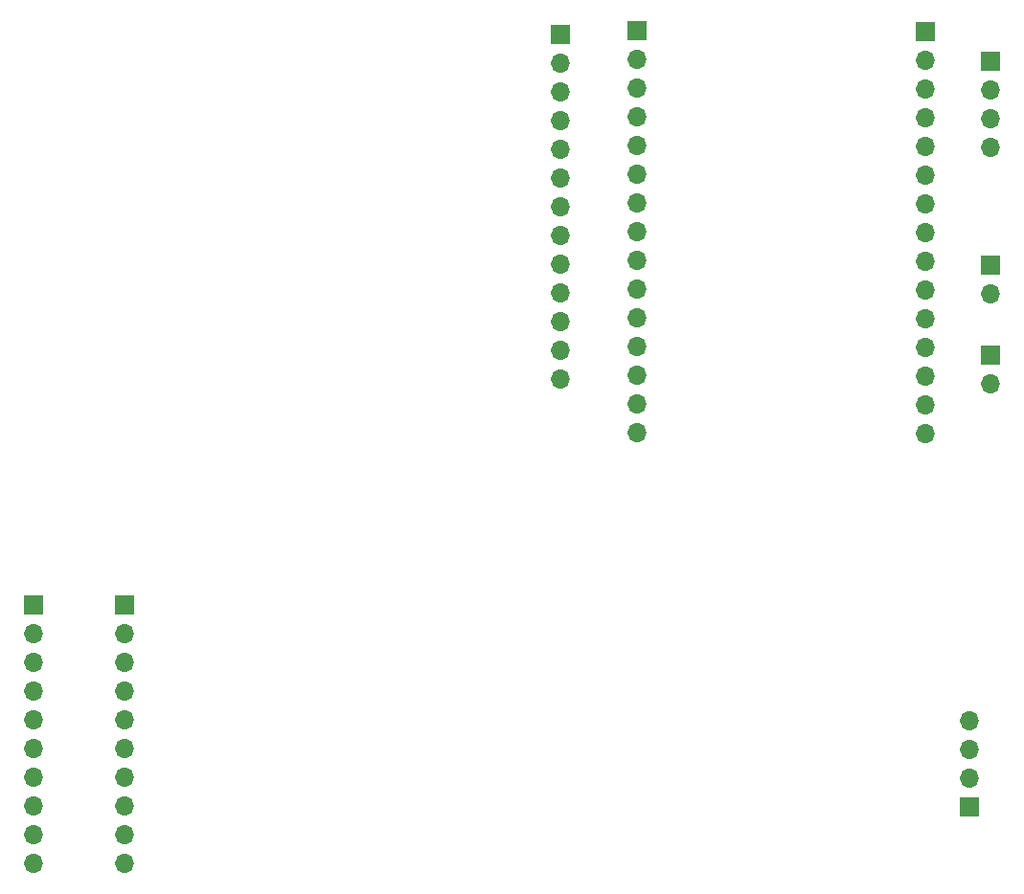
<source format=gbr>
%TF.GenerationSoftware,KiCad,Pcbnew,8.0.5*%
%TF.CreationDate,2025-02-17T01:38:54-08:00*%
%TF.ProjectId,eegw:ads1299,65656777-3a61-4647-9331-3239392e6b69,rev?*%
%TF.SameCoordinates,Original*%
%TF.FileFunction,Soldermask,Bot*%
%TF.FilePolarity,Negative*%
%FSLAX46Y46*%
G04 Gerber Fmt 4.6, Leading zero omitted, Abs format (unit mm)*
G04 Created by KiCad (PCBNEW 8.0.5) date 2025-02-17 01:38:54*
%MOMM*%
%LPD*%
G01*
G04 APERTURE LIST*
%ADD10R,1.700000X1.700000*%
%ADD11O,1.700000X1.700000*%
G04 APERTURE END LIST*
D10*
%TO.C,J2*%
X142937500Y-59262500D03*
D11*
X142937500Y-61802500D03*
X142937500Y-64342500D03*
X142937500Y-66882500D03*
X142937500Y-69422500D03*
X142937500Y-71962500D03*
X142937500Y-74502500D03*
X142937500Y-77042500D03*
X142937500Y-79582500D03*
X142937500Y-82122500D03*
X142937500Y-84662500D03*
X142937500Y-87202500D03*
X142937500Y-89742500D03*
%TD*%
D10*
%TO.C,J3*%
X180937500Y-61662500D03*
D11*
X180937500Y-64202500D03*
X180937500Y-66742500D03*
X180937500Y-69282500D03*
%TD*%
D10*
%TO.C,J1*%
X149712000Y-58952500D03*
D11*
X149712000Y-61492500D03*
X149712000Y-64032500D03*
X149712000Y-66572500D03*
X149712000Y-69112500D03*
X149712000Y-71652500D03*
X149712000Y-74192500D03*
X149712000Y-76732500D03*
X149712000Y-79272500D03*
X149712000Y-81812500D03*
X149712000Y-84352500D03*
X149712000Y-86892500D03*
X149712000Y-89432500D03*
X149712000Y-91972500D03*
X149712000Y-94512500D03*
%TD*%
D10*
%TO.C,J7*%
X96437500Y-109712500D03*
D11*
X96437500Y-112252500D03*
X96437500Y-114792500D03*
X96437500Y-117332500D03*
X96437500Y-119872500D03*
X96437500Y-122412500D03*
X96437500Y-124952500D03*
X96437500Y-127492500D03*
X96437500Y-130032500D03*
X96437500Y-132572500D03*
%TD*%
D10*
%TO.C,J4*%
X175200000Y-59012500D03*
D11*
X175200000Y-61552500D03*
X175200000Y-64092500D03*
X175200000Y-66632500D03*
X175200000Y-69172500D03*
X175200000Y-71712500D03*
X175200000Y-74252500D03*
X175200000Y-76792500D03*
X175200000Y-79332500D03*
X175200000Y-81872500D03*
X175200000Y-84412500D03*
X175200000Y-86952500D03*
X175200000Y-89492500D03*
X175200000Y-92032500D03*
X175200000Y-94572500D03*
%TD*%
D10*
%TO.C,J9*%
X179087500Y-127612500D03*
D11*
X179087500Y-125072500D03*
X179087500Y-122532500D03*
X179087500Y-119992500D03*
%TD*%
D10*
%TO.C,J5*%
X180937500Y-87662500D03*
D11*
X180937500Y-90202500D03*
%TD*%
D10*
%TO.C,J8*%
X104412500Y-109712500D03*
D11*
X104412500Y-112252500D03*
X104412500Y-114792500D03*
X104412500Y-117332500D03*
X104412500Y-119872500D03*
X104412500Y-122412500D03*
X104412500Y-124952500D03*
X104412500Y-127492500D03*
X104412500Y-130032500D03*
X104412500Y-132572500D03*
%TD*%
D10*
%TO.C,J6*%
X180937500Y-79662500D03*
D11*
X180937500Y-82202500D03*
%TD*%
M02*

</source>
